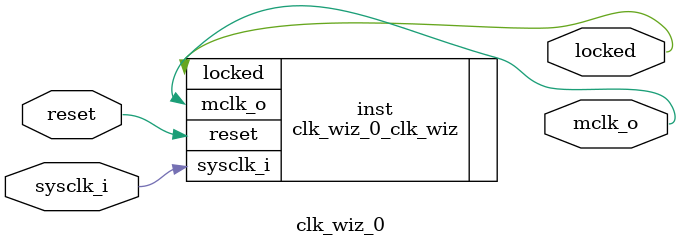
<source format=v>


`timescale 1ps/1ps

(* CORE_GENERATION_INFO = "clk_wiz_0,clk_wiz_v6_0_9_0_0,{component_name=clk_wiz_0,use_phase_alignment=true,use_min_o_jitter=false,use_max_i_jitter=false,use_dyn_phase_shift=false,use_inclk_switchover=false,use_dyn_reconfig=false,enable_axi=0,feedback_source=FDBK_AUTO,PRIMITIVE=MMCM,num_out_clk=1,clkin1_period=8.000,clkin2_period=10.000,use_power_down=false,use_reset=true,use_locked=true,use_inclk_stopped=false,feedback_type=SINGLE,CLOCK_MGR_TYPE=NA,manual_override=false}" *)

module clk_wiz_0 
 (
  // Clock out ports
  output        mclk_o,
  // Status and control signals
  input         reset,
  output        locked,
 // Clock in ports
  input         sysclk_i
 );

  clk_wiz_0_clk_wiz inst
  (
  // Clock out ports  
  .mclk_o(mclk_o),
  // Status and control signals               
  .reset(reset), 
  .locked(locked),
 // Clock in ports
  .sysclk_i(sysclk_i)
  );

endmodule

</source>
